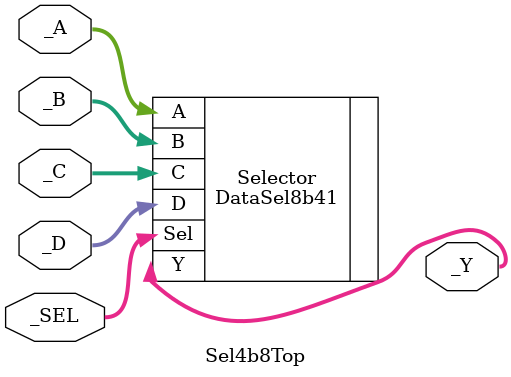
<source format=v>
`timescale 1ns / 1ps


module Sel4b8Top
(
    input wire [7:0] _A,
    input wire [7:0] _B,
    input wire [7:0] _C,
    input wire [7:0] _D,
    input wire [1:0] _SEL,
    output wire [7:0] _Y
);
    DataSel8b41 Selector
    (
        .A(_A),
        .B(_B),
        .C(_C),
        .D(_D),
        .Sel(_SEL),
        .Y(_Y)
    );
endmodule

</source>
